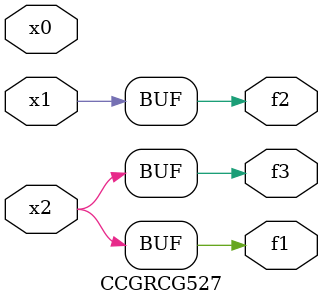
<source format=v>
module CCGRCG527(
	input x0, x1, x2,
	output f1, f2, f3
);
	assign f1 = x2;
	assign f2 = x1;
	assign f3 = x2;
endmodule

</source>
